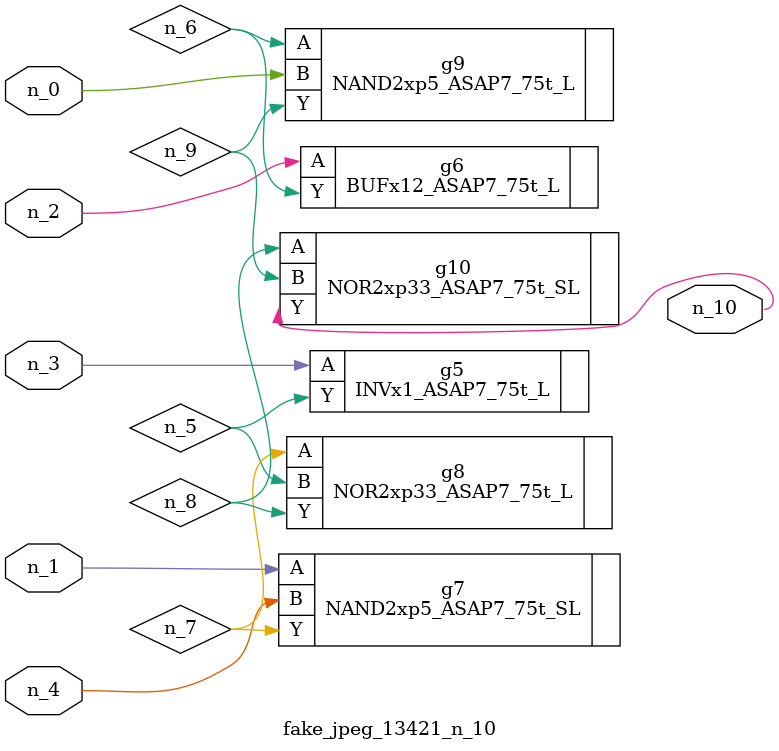
<source format=v>
module fake_jpeg_13421_n_10 (n_3, n_2, n_1, n_0, n_4, n_10);

input n_3;
input n_2;
input n_1;
input n_0;
input n_4;

output n_10;

wire n_8;
wire n_9;
wire n_6;
wire n_5;
wire n_7;

INVx1_ASAP7_75t_L g5 ( 
.A(n_3),
.Y(n_5)
);

BUFx12_ASAP7_75t_L g6 ( 
.A(n_2),
.Y(n_6)
);

NAND2xp5_ASAP7_75t_SL g7 ( 
.A(n_1),
.B(n_4),
.Y(n_7)
);

NOR2xp33_ASAP7_75t_L g8 ( 
.A(n_7),
.B(n_5),
.Y(n_8)
);

NOR2xp33_ASAP7_75t_SL g10 ( 
.A(n_8),
.B(n_9),
.Y(n_10)
);

NAND2xp5_ASAP7_75t_L g9 ( 
.A(n_6),
.B(n_0),
.Y(n_9)
);


endmodule
</source>
